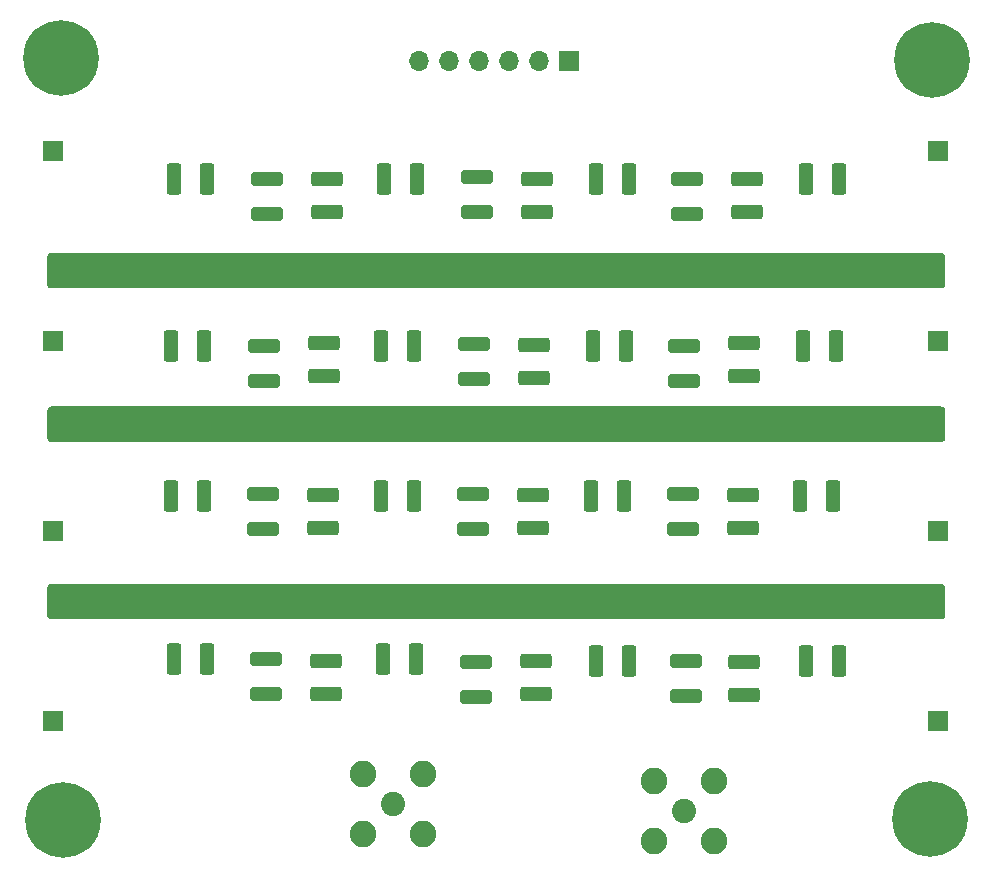
<source format=gbr>
G04 #@! TF.GenerationSoftware,KiCad,Pcbnew,7.0.5-0*
G04 #@! TF.CreationDate,2023-07-23T12:14:28-07:00*
G04 #@! TF.ProjectId,switched-bandpass-filter,73776974-6368-4656-942d-62616e647061,v1.0*
G04 #@! TF.SameCoordinates,Original*
G04 #@! TF.FileFunction,Soldermask,Bot*
G04 #@! TF.FilePolarity,Negative*
%FSLAX46Y46*%
G04 Gerber Fmt 4.6, Leading zero omitted, Abs format (unit mm)*
G04 Created by KiCad (PCBNEW 7.0.5-0) date 2023-07-23 12:14:28*
%MOMM*%
%LPD*%
G01*
G04 APERTURE LIST*
G04 Aperture macros list*
%AMRoundRect*
0 Rectangle with rounded corners*
0 $1 Rounding radius*
0 $2 $3 $4 $5 $6 $7 $8 $9 X,Y pos of 4 corners*
0 Add a 4 corners polygon primitive as box body*
4,1,4,$2,$3,$4,$5,$6,$7,$8,$9,$2,$3,0*
0 Add four circle primitives for the rounded corners*
1,1,$1+$1,$2,$3*
1,1,$1+$1,$4,$5*
1,1,$1+$1,$6,$7*
1,1,$1+$1,$8,$9*
0 Add four rect primitives between the rounded corners*
20,1,$1+$1,$2,$3,$4,$5,0*
20,1,$1+$1,$4,$5,$6,$7,0*
20,1,$1+$1,$6,$7,$8,$9,0*
20,1,$1+$1,$8,$9,$2,$3,0*%
G04 Aperture macros list end*
%ADD10C,2.050000*%
%ADD11C,2.250000*%
%ADD12R,1.700000X1.700000*%
%ADD13O,1.700000X1.700000*%
%ADD14C,0.800000*%
%ADD15C,6.400000*%
%ADD16RoundRect,0.250000X-1.100000X0.325000X-1.100000X-0.325000X1.100000X-0.325000X1.100000X0.325000X0*%
%ADD17RoundRect,0.250000X0.375000X1.075000X-0.375000X1.075000X-0.375000X-1.075000X0.375000X-1.075000X0*%
%ADD18RoundRect,0.250000X-1.075000X0.375000X-1.075000X-0.375000X1.075000X-0.375000X1.075000X0.375000X0*%
G04 APERTURE END LIST*
D10*
X144907000Y-128270000D03*
D11*
X142367000Y-125730000D03*
X142367000Y-130810000D03*
X147447000Y-125730000D03*
X147447000Y-130810000D03*
D12*
X91440000Y-72390000D03*
X91440000Y-104563300D03*
X135128000Y-64770000D03*
D13*
X132588000Y-64770000D03*
X130048000Y-64770000D03*
X127508000Y-64770000D03*
X124968000Y-64770000D03*
X122428000Y-64770000D03*
D14*
X89929000Y-129032000D03*
X90631944Y-127334944D03*
X90631944Y-130729056D03*
X92329000Y-126632000D03*
D15*
X92329000Y-129032000D03*
D14*
X92329000Y-131432000D03*
X94026056Y-127334944D03*
X94026056Y-130729056D03*
X94729000Y-129032000D03*
D10*
X120269000Y-127635000D03*
D11*
X117729000Y-125095000D03*
X117729000Y-130175000D03*
X122809000Y-125095000D03*
X122809000Y-130175000D03*
D12*
X166370000Y-88476700D03*
X166370000Y-72390000D03*
D14*
X163462000Y-64643000D03*
X164164944Y-62945944D03*
X164164944Y-66340056D03*
X165862000Y-62243000D03*
D15*
X165862000Y-64643000D03*
D14*
X165862000Y-67043000D03*
X167559056Y-62945944D03*
X167559056Y-66340056D03*
X168262000Y-64643000D03*
X163348000Y-128905000D03*
X164050944Y-127207944D03*
X164050944Y-130602056D03*
X165748000Y-126505000D03*
D15*
X165748000Y-128905000D03*
D14*
X165748000Y-131305000D03*
X167445056Y-127207944D03*
X167445056Y-130602056D03*
X168148000Y-128905000D03*
D12*
X166370000Y-120650000D03*
X91440000Y-120650000D03*
D14*
X89789000Y-64516000D03*
X90491944Y-62818944D03*
X90491944Y-66213056D03*
X92189000Y-62116000D03*
D15*
X92189000Y-64516000D03*
D14*
X92189000Y-66916000D03*
X93886056Y-62818944D03*
X93886056Y-66213056D03*
X94589000Y-64516000D03*
D12*
X91440000Y-88476700D03*
X166370000Y-104563300D03*
D16*
X109349000Y-88900000D03*
X109349000Y-91850000D03*
D17*
X104524000Y-115359000D03*
X101724000Y-115359000D03*
D18*
X114554000Y-115564000D03*
X114554000Y-118364000D03*
D17*
X139959000Y-88900000D03*
X137159000Y-88900000D03*
D18*
X132080000Y-101470000D03*
X132080000Y-104270000D03*
D16*
X109602000Y-74754000D03*
X109602000Y-77704000D03*
D17*
X157994000Y-115564000D03*
X155194000Y-115564000D03*
X122050000Y-101600000D03*
X119250000Y-101600000D03*
X157739000Y-88900000D03*
X154939000Y-88900000D03*
D16*
X109474000Y-115359000D03*
X109474000Y-118309000D03*
D18*
X114682000Y-74754000D03*
X114682000Y-77554000D03*
X132209000Y-88770000D03*
X132209000Y-91570000D03*
X149984000Y-115639000D03*
X149984000Y-118439000D03*
D17*
X122302000Y-74754000D03*
X119502000Y-74754000D03*
X140212000Y-74754000D03*
X137412000Y-74754000D03*
D16*
X127129000Y-88695000D03*
X127129000Y-91645000D03*
D18*
X114300000Y-101470000D03*
X114300000Y-104270000D03*
D17*
X104269000Y-88900000D03*
X101469000Y-88900000D03*
D16*
X127000000Y-101395000D03*
X127000000Y-104345000D03*
X144909000Y-88900000D03*
X144909000Y-91850000D03*
X127254000Y-115619000D03*
X127254000Y-118569000D03*
X127382000Y-74549000D03*
X127382000Y-77499000D03*
X145034000Y-115564000D03*
X145034000Y-118514000D03*
D18*
X132462000Y-74754000D03*
X132462000Y-77554000D03*
X132334000Y-115564000D03*
X132334000Y-118364000D03*
D17*
X122049000Y-88900000D03*
X119249000Y-88900000D03*
X157992000Y-74754000D03*
X155192000Y-74754000D03*
D18*
X149989000Y-88640000D03*
X149989000Y-91440000D03*
D16*
X109220000Y-101395000D03*
X109220000Y-104345000D03*
D18*
X114429000Y-88640000D03*
X114429000Y-91440000D03*
D17*
X104270000Y-101600000D03*
X101470000Y-101600000D03*
D16*
X144780000Y-101395000D03*
X144780000Y-104345000D03*
D18*
X149860000Y-101470000D03*
X149860000Y-104270000D03*
D17*
X139830000Y-101600000D03*
X137030000Y-101600000D03*
X157480000Y-101600000D03*
X154680000Y-101600000D03*
X122174000Y-115359000D03*
X119374000Y-115359000D03*
D18*
X150242000Y-74754000D03*
X150242000Y-77554000D03*
D17*
X104522000Y-74754000D03*
X101722000Y-74754000D03*
D16*
X145162000Y-74754000D03*
X145162000Y-77704000D03*
D17*
X140214000Y-115564000D03*
X137414000Y-115564000D03*
G36*
X166711979Y-94002382D02*
G01*
X166790611Y-94018022D01*
X166835311Y-94036537D01*
X166891623Y-94074163D01*
X166925836Y-94108376D01*
X166963462Y-94164688D01*
X166981976Y-94209387D01*
X166997617Y-94288019D01*
X167000000Y-94312210D01*
X167000000Y-96687789D01*
X166997617Y-96711980D01*
X166981976Y-96790612D01*
X166963462Y-96835311D01*
X166925836Y-96891623D01*
X166891623Y-96925836D01*
X166835311Y-96963462D01*
X166790612Y-96981976D01*
X166711980Y-96997617D01*
X166687789Y-97000000D01*
X91312211Y-97000000D01*
X91288020Y-96997617D01*
X91209387Y-96981976D01*
X91164688Y-96963462D01*
X91108376Y-96925836D01*
X91074163Y-96891623D01*
X91036537Y-96835311D01*
X91018022Y-96790611D01*
X91002382Y-96711979D01*
X91000000Y-96687789D01*
X91000000Y-94312210D01*
X91002382Y-94288020D01*
X91018022Y-94209388D01*
X91036537Y-94164688D01*
X91074163Y-94108376D01*
X91108376Y-94074163D01*
X91164688Y-94036537D01*
X91209388Y-94018022D01*
X91288021Y-94002382D01*
X91312211Y-94000000D01*
X166687789Y-94000000D01*
X166711979Y-94002382D01*
G37*
G36*
X166711979Y-81002382D02*
G01*
X166790611Y-81018022D01*
X166835311Y-81036537D01*
X166891623Y-81074163D01*
X166925836Y-81108376D01*
X166963462Y-81164688D01*
X166981976Y-81209387D01*
X166997617Y-81288019D01*
X167000000Y-81312210D01*
X167000000Y-83687789D01*
X166997617Y-83711980D01*
X166981976Y-83790612D01*
X166963462Y-83835311D01*
X166925836Y-83891623D01*
X166891623Y-83925836D01*
X166835311Y-83963462D01*
X166790612Y-83981976D01*
X166711980Y-83997617D01*
X166687789Y-84000000D01*
X91312211Y-84000000D01*
X91288020Y-83997617D01*
X91209387Y-83981976D01*
X91164688Y-83963462D01*
X91108376Y-83925836D01*
X91074163Y-83891623D01*
X91036537Y-83835311D01*
X91018022Y-83790611D01*
X91002382Y-83711979D01*
X91000000Y-83687789D01*
X91000000Y-81312210D01*
X91002382Y-81288020D01*
X91018022Y-81209388D01*
X91036537Y-81164688D01*
X91074163Y-81108376D01*
X91108376Y-81074163D01*
X91164688Y-81036537D01*
X91209388Y-81018022D01*
X91288021Y-81002382D01*
X91312211Y-81000000D01*
X166687789Y-81000000D01*
X166711979Y-81002382D01*
G37*
G36*
X166711979Y-109002382D02*
G01*
X166790611Y-109018022D01*
X166835311Y-109036537D01*
X166891623Y-109074163D01*
X166925836Y-109108376D01*
X166963462Y-109164688D01*
X166981976Y-109209387D01*
X166997617Y-109288019D01*
X167000000Y-109312210D01*
X167000000Y-111687789D01*
X166997617Y-111711980D01*
X166981976Y-111790612D01*
X166963462Y-111835311D01*
X166925836Y-111891623D01*
X166891623Y-111925836D01*
X166835311Y-111963462D01*
X166790612Y-111981976D01*
X166711980Y-111997617D01*
X166687789Y-112000000D01*
X91312211Y-112000000D01*
X91288020Y-111997617D01*
X91209387Y-111981976D01*
X91164688Y-111963462D01*
X91108376Y-111925836D01*
X91074163Y-111891623D01*
X91036537Y-111835311D01*
X91018022Y-111790611D01*
X91002382Y-111711979D01*
X91000000Y-111687789D01*
X91000000Y-109312210D01*
X91002382Y-109288020D01*
X91018022Y-109209388D01*
X91036537Y-109164688D01*
X91074163Y-109108376D01*
X91108376Y-109074163D01*
X91164688Y-109036537D01*
X91209388Y-109018022D01*
X91288021Y-109002382D01*
X91312211Y-109000000D01*
X166687789Y-109000000D01*
X166711979Y-109002382D01*
G37*
M02*

</source>
